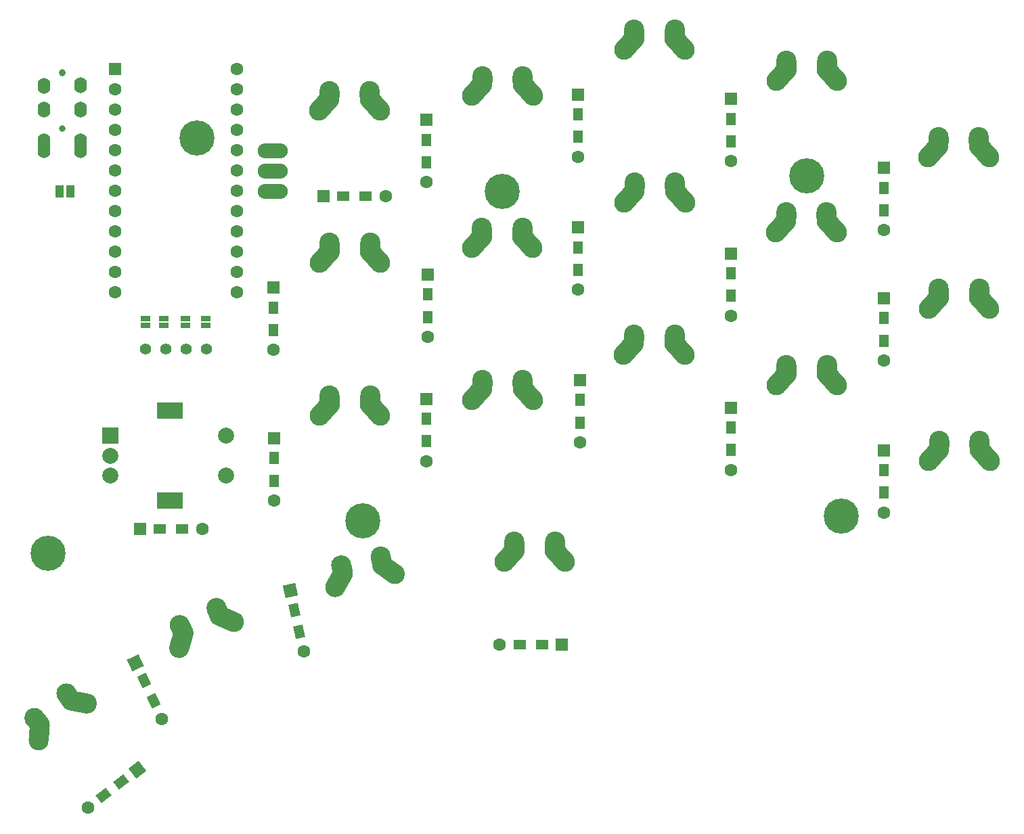
<source format=gbr>
%TF.GenerationSoftware,KiCad,Pcbnew,(5.99.0-11550-g369d813a32)*%
%TF.CreationDate,2022-01-17T19:26:58+05:30*%
%TF.ProjectId,Pteron36v0,50746572-6f6e-4333-9676-302e6b696361,rev?*%
%TF.SameCoordinates,Original*%
%TF.FileFunction,Soldermask,Bot*%
%TF.FilePolarity,Negative*%
%FSLAX46Y46*%
G04 Gerber Fmt 4.6, Leading zero omitted, Abs format (unit mm)*
G04 Created by KiCad (PCBNEW (5.99.0-11550-g369d813a32)) date 2022-01-17 19:26:58*
%MOMM*%
%LPD*%
G01*
G04 APERTURE LIST*
G04 Aperture macros list*
%AMHorizOval*
0 Thick line with rounded ends*
0 $1 width*
0 $2 $3 position (X,Y) of the first rounded end (center of the circle)*
0 $4 $5 position (X,Y) of the second rounded end (center of the circle)*
0 Add line between two ends*
20,1,$1,$2,$3,$4,$5,0*
0 Add two circle primitives to create the rounded ends*
1,1,$1,$2,$3*
1,1,$1,$4,$5*%
%AMRotRect*
0 Rectangle, with rotation*
0 The origin of the aperture is its center*
0 $1 length*
0 $2 width*
0 $3 Rotation angle, in degrees counterclockwise*
0 Add horizontal line*
21,1,$1,$2,0,0,$3*%
G04 Aperture macros list end*
%ADD10C,2.000000*%
%ADD11HorizOval,2.500000X-0.964041X0.180415X0.964041X-0.180415X0*%
%ADD12HorizOval,2.500000X-0.160675X0.242247X0.160675X-0.242247X0*%
%ADD13HorizOval,2.500000X-0.192407X0.217898X0.192407X-0.217898X0*%
%ADD14HorizOval,2.500000X0.075244X0.977887X-0.075244X-0.977887X0*%
%ADD15R,1.600000X1.600000*%
%ADD16C,1.600000*%
%ADD17HorizOval,2.500000X-0.654995X0.730004X0.654995X-0.730004X0*%
%ADD18HorizOval,2.500000X-0.019999X-0.290000X0.019999X0.290000X0*%
%ADD19HorizOval,2.500000X-0.019999X0.290000X0.019999X-0.290000X0*%
%ADD20HorizOval,2.500000X0.654995X0.730004X-0.654995X-0.730004X0*%
%ADD21HorizOval,2.500000X-0.797471X0.570933X0.797471X-0.570933X0*%
%ADD22HorizOval,2.500000X-0.043243X0.287455X0.043243X-0.287455X0*%
%ADD23HorizOval,2.500000X0.481468X0.854467X-0.481468X-0.854467X0*%
%ADD24HorizOval,2.500000X-0.082293X0.278797X0.082293X-0.278797X0*%
%ADD25R,1.200000X1.600000*%
%ADD26R,1.600000X1.200000*%
%ADD27HorizOval,2.500000X-0.902141X0.384796X0.902141X-0.384796X0*%
%ADD28HorizOval,2.500000X-0.104434X0.271281X0.104434X-0.271281X0*%
%ADD29HorizOval,2.500000X-0.140685X0.254377X0.140685X-0.254377X0*%
%ADD30HorizOval,2.500000X0.285114X0.938422X-0.285114X-0.938422X0*%
%ADD31C,0.800000*%
%ADD32O,1.600000X2.000000*%
%ADD33C,1.397000*%
%ADD34R,2.000000X2.000000*%
%ADD35R,3.200000X2.000000*%
%ADD36C,4.400000*%
%ADD37R,1.000000X1.500000*%
%ADD38RotRect,1.600000X1.200000X37.500000*%
%ADD39RotRect,1.600000X1.600000X37.500000*%
%ADD40RotRect,1.600000X1.200000X115.000000*%
%ADD41RotRect,1.600000X1.600000X115.000000*%
%ADD42RotRect,1.600000X1.600000X102.500000*%
%ADD43RotRect,1.600000X1.200000X102.500000*%
%ADD44R,1.270000X0.635000*%
%ADD45O,3.759200X1.879600*%
G04 APERTURE END LIST*
D10*
%TO.C,SW20*%
X117415180Y-139930998D03*
X119647645Y-140688493D03*
D11*
X118683603Y-140508084D03*
D10*
X117719561Y-140327675D03*
X117093832Y-139446503D03*
D12*
X117254506Y-139688751D03*
D10*
X113752794Y-143371482D03*
X113602293Y-145327256D03*
D13*
X113256005Y-142756908D03*
D10*
X113063597Y-142539011D03*
X113448413Y-142974806D03*
D14*
X113677543Y-144349369D03*
%TD*%
D15*
%TO.C,U1*%
X123120968Y-61299844D03*
D16*
X123120968Y-63839844D03*
X123120968Y-66379844D03*
X123120968Y-68919844D03*
X123120968Y-71459844D03*
X123120968Y-73999844D03*
X123120968Y-76539844D03*
X123120968Y-79079844D03*
X123120968Y-81619844D03*
X123120968Y-84159844D03*
X123120968Y-86699844D03*
X123120968Y-89239844D03*
X138360968Y-89239844D03*
X138360968Y-86699844D03*
X138360968Y-84159844D03*
X138360968Y-81619844D03*
X138360968Y-79079844D03*
X138360968Y-76539844D03*
X138360968Y-73999844D03*
X138360968Y-71459844D03*
X138360968Y-68919844D03*
X138360968Y-66379844D03*
X138360968Y-63839844D03*
X138360968Y-61299844D03*
%TD*%
D10*
%TO.C,SW27*%
X155074645Y-83054727D03*
D17*
X155689645Y-84864727D03*
D18*
X155054645Y-83344727D03*
D10*
X155034645Y-83634727D03*
X155034645Y-84134727D03*
X156344645Y-85594727D03*
X148724645Y-85594727D03*
X149994645Y-83054727D03*
D19*
X150014645Y-83344727D03*
D20*
X149379645Y-84864727D03*
D10*
X150034645Y-84134727D03*
X150034645Y-83634727D03*
%TD*%
D18*
%TO.C,SW19*%
X193134760Y-94810009D03*
D10*
X193114760Y-95100009D03*
X193154760Y-94520009D03*
X193114760Y-95600009D03*
D17*
X193769760Y-96330009D03*
D10*
X194424760Y-97060009D03*
X188114760Y-95100009D03*
D19*
X188094760Y-94810009D03*
D10*
X186804760Y-97060009D03*
X188114760Y-95600009D03*
X188074760Y-94520009D03*
D20*
X187459760Y-96330009D03*
%TD*%
D18*
%TO.C,SW26*%
X155011001Y-64309832D03*
D10*
X155031001Y-64019832D03*
X154991001Y-65099832D03*
D17*
X155646001Y-65829832D03*
D10*
X154991001Y-64599832D03*
X156301001Y-66559832D03*
D20*
X149336001Y-65829832D03*
D10*
X149991001Y-65099832D03*
X149951001Y-64019832D03*
X148681001Y-66559832D03*
X149991001Y-64599832D03*
D19*
X149971001Y-64309832D03*
%TD*%
D10*
%TO.C,SW23*%
X174077782Y-81749207D03*
X175387782Y-83709207D03*
D18*
X174097782Y-81459207D03*
D10*
X174077782Y-82249207D03*
D17*
X174732782Y-82979207D03*
D10*
X174117782Y-81169207D03*
X169077782Y-81749207D03*
D20*
X168422782Y-82979207D03*
D10*
X169077782Y-82249207D03*
X167767782Y-83709207D03*
D19*
X169057782Y-81459207D03*
D10*
X169037782Y-81169207D03*
%TD*%
D17*
%TO.C,SW28*%
X155709023Y-103990179D03*
D10*
X156364023Y-104720179D03*
X155054023Y-102760179D03*
X155054023Y-103260179D03*
X155094023Y-102180179D03*
D18*
X155074023Y-102470179D03*
D19*
X150034023Y-102470179D03*
D20*
X149399023Y-103990179D03*
D10*
X150014023Y-102180179D03*
X150054023Y-103260179D03*
X148744023Y-104720179D03*
X150054023Y-102760179D03*
%TD*%
D17*
%TO.C,SW22*%
X174779694Y-63968582D03*
D18*
X174144694Y-62448582D03*
D10*
X175434694Y-64698582D03*
X174124694Y-62738582D03*
X174124694Y-63238582D03*
X174164694Y-62158582D03*
X169124694Y-63238582D03*
X169084694Y-62158582D03*
D19*
X169104694Y-62448582D03*
D20*
X168469694Y-63968582D03*
D10*
X167814694Y-64698582D03*
X169124694Y-62738582D03*
%TD*%
D18*
%TO.C,SW24*%
X174141427Y-100494103D03*
D10*
X174121427Y-100784103D03*
D17*
X174776427Y-102014103D03*
D10*
X174161427Y-100204103D03*
X174121427Y-101284103D03*
X175431427Y-102744103D03*
X167811427Y-102744103D03*
D19*
X169101427Y-100494103D03*
D10*
X169121427Y-101284103D03*
X169081427Y-100204103D03*
D20*
X168466427Y-102014103D03*
D10*
X169121427Y-100784103D03*
%TD*%
D18*
%TO.C,SW12*%
X212222729Y-60519418D03*
D10*
X212202729Y-60809418D03*
D17*
X212857729Y-62039418D03*
D10*
X213512729Y-62769418D03*
X212202729Y-61309418D03*
X212242729Y-60229418D03*
X207202729Y-60809418D03*
D19*
X207182729Y-60519418D03*
D10*
X207202729Y-61309418D03*
X207162729Y-60229418D03*
D20*
X206547729Y-62039418D03*
D10*
X205892729Y-62769418D03*
%TD*%
%TO.C,SW10*%
X156472160Y-122879303D03*
X156580380Y-123367451D03*
D21*
X157377854Y-123938379D03*
D10*
X156385677Y-122304394D03*
X158175329Y-124509307D03*
D22*
X156428918Y-122591848D03*
D10*
X151590680Y-123961501D03*
X151698900Y-124449649D03*
X151426093Y-123403907D03*
X150735954Y-126158577D03*
D23*
X151217427Y-125304113D03*
D24*
X151508386Y-123682704D03*
%TD*%
D10*
%TO.C,SW9*%
X231317191Y-107851435D03*
X232587191Y-110391435D03*
X231277191Y-108431435D03*
D18*
X231297191Y-108141435D03*
D10*
X231277191Y-108931435D03*
D17*
X231932191Y-109661435D03*
D10*
X226277191Y-108431435D03*
X226237191Y-107851435D03*
D20*
X225622191Y-109661435D03*
D19*
X226257191Y-108141435D03*
D10*
X224967191Y-110391435D03*
X226277191Y-108931435D03*
%TD*%
%TO.C,SW8*%
X231233550Y-89896534D03*
X232543550Y-91356534D03*
D18*
X231253550Y-89106534D03*
D17*
X231888550Y-90626534D03*
D10*
X231233550Y-89396534D03*
X231273550Y-88816534D03*
X224923550Y-91356534D03*
X226193550Y-88816534D03*
D19*
X226213550Y-89106534D03*
D20*
X225578550Y-90626534D03*
D10*
X226233550Y-89896534D03*
X226233550Y-89396534D03*
%TD*%
D15*
%TO.C,D22*%
X162114161Y-67681297D03*
D25*
X162114161Y-70181297D03*
D16*
X162114161Y-75481297D03*
D25*
X162114161Y-72981297D03*
%TD*%
%TO.C,D19*%
X181289170Y-102741131D03*
D15*
X181289170Y-100241131D03*
D25*
X181289170Y-105541131D03*
D16*
X181289170Y-108041131D03*
%TD*%
D26*
%TO.C,D26*%
X151718369Y-77212943D03*
D15*
X149218369Y-77212943D03*
D26*
X154518369Y-77212943D03*
D16*
X157018369Y-77212943D03*
%TD*%
D25*
%TO.C,D28*%
X143092015Y-110021782D03*
D15*
X143092015Y-107521782D03*
D16*
X143092015Y-115321782D03*
D25*
X143092015Y-112821782D03*
%TD*%
%TO.C,D27*%
X142999847Y-91168004D03*
D15*
X142999847Y-88668004D03*
D25*
X142999847Y-93968004D03*
D16*
X142999847Y-96468004D03*
%TD*%
D15*
%TO.C,D14*%
X200213177Y-103707103D03*
D25*
X200213177Y-106207103D03*
X200213177Y-109007103D03*
D16*
X200213177Y-111507103D03*
%TD*%
D15*
%TO.C,D24*%
X162104377Y-102608300D03*
D25*
X162104377Y-105108300D03*
X162104377Y-107908300D03*
D16*
X162104377Y-110408300D03*
%TD*%
D25*
%TO.C,D9*%
X219320188Y-111531435D03*
D15*
X219320188Y-109031435D03*
D16*
X219320188Y-116831435D03*
D25*
X219320188Y-114331435D03*
%TD*%
D18*
%TO.C,SW17*%
X193162292Y-56673929D03*
D17*
X193797292Y-58193929D03*
D10*
X193182292Y-56383929D03*
X193142292Y-56963929D03*
X193142292Y-57463929D03*
X194452292Y-58923929D03*
X188102292Y-56383929D03*
X188142292Y-57463929D03*
D19*
X188122292Y-56673929D03*
D10*
X186832292Y-58923929D03*
X188142292Y-56963929D03*
D20*
X187487292Y-58193929D03*
%TD*%
D25*
%TO.C,D13*%
X200242334Y-86900540D03*
D15*
X200242334Y-84400540D03*
D25*
X200242334Y-89700540D03*
D16*
X200242334Y-92200540D03*
%TD*%
D27*
%TO.C,SW15*%
X137132048Y-130172686D03*
D28*
X135914163Y-129063461D03*
D10*
X138034191Y-130557476D03*
X136018596Y-129334742D03*
X135809730Y-128792179D03*
X136229905Y-129787896D03*
X131487057Y-131447834D03*
D29*
X131346372Y-131193457D03*
D10*
X131698366Y-131900988D03*
D30*
X131413246Y-132839407D03*
D10*
X131128126Y-133777827D03*
X131205686Y-130939080D03*
%TD*%
D18*
%TO.C,SW14*%
X212195192Y-98655490D03*
D10*
X212215192Y-98365490D03*
X212175192Y-98945490D03*
X212175192Y-99445490D03*
D17*
X212830192Y-100175490D03*
D10*
X213485192Y-100905490D03*
X207135192Y-98365490D03*
D19*
X207155192Y-98655490D03*
D10*
X207175192Y-99445490D03*
X207175192Y-98945490D03*
X205865192Y-100905490D03*
D20*
X206520192Y-100175490D03*
%TD*%
D10*
%TO.C,SW7*%
X231229902Y-69781632D03*
D18*
X231209902Y-70071632D03*
D10*
X231189902Y-70861632D03*
X231189902Y-70361632D03*
D17*
X231844902Y-71591632D03*
D10*
X232499902Y-72321632D03*
D19*
X226169902Y-70071632D03*
D10*
X226149902Y-69781632D03*
X226189902Y-70861632D03*
X226189902Y-70361632D03*
D20*
X225534902Y-71591632D03*
D10*
X224879902Y-72321632D03*
%TD*%
D25*
%TO.C,D17*%
X181083769Y-66999142D03*
D15*
X181083769Y-64499142D03*
D25*
X181083769Y-69799142D03*
D16*
X181083769Y-72299142D03*
%TD*%
D15*
%TO.C,D8*%
X219320189Y-89996535D03*
D25*
X219320189Y-92496535D03*
X219320189Y-95296535D03*
D16*
X219320189Y-97796535D03*
%TD*%
D10*
%TO.C,SW18*%
X194471675Y-78049380D03*
X193161675Y-76089380D03*
X193201675Y-75509380D03*
D18*
X193181675Y-75799380D03*
D17*
X193816675Y-77319380D03*
D10*
X193161675Y-76589380D03*
X188161675Y-76089380D03*
D20*
X187506675Y-77319380D03*
D19*
X188141675Y-75799380D03*
D10*
X186851675Y-78049380D03*
X188161675Y-76589380D03*
X188121675Y-75509380D03*
%TD*%
D25*
%TO.C,D23*%
X162266117Y-89536384D03*
D15*
X162266117Y-87036384D03*
D16*
X162266117Y-94836384D03*
D25*
X162266117Y-92336384D03*
%TD*%
D15*
%TO.C,D18*%
X181083770Y-81136143D03*
D25*
X181083770Y-83636143D03*
D16*
X181083770Y-88936143D03*
D25*
X181083770Y-86436143D03*
%TD*%
%TO.C,D12*%
X200242333Y-67557942D03*
D15*
X200242333Y-65057942D03*
D16*
X200242333Y-72857942D03*
D25*
X200242333Y-70357942D03*
%TD*%
%TO.C,D7*%
X219320190Y-76192116D03*
D15*
X219320190Y-73692116D03*
D25*
X219320190Y-78992116D03*
D16*
X219320190Y-81492116D03*
%TD*%
D31*
%TO.C,J1*%
X116567769Y-68744144D03*
X116567769Y-61744144D03*
D32*
X114267769Y-71444144D03*
X118867769Y-70344144D03*
X118867769Y-66344144D03*
X118867769Y-63344144D03*
%TD*%
D33*
%TO.C,J3*%
X134601768Y-96339143D03*
X132061768Y-96339143D03*
X129521768Y-96339143D03*
X126981768Y-96339143D03*
%TD*%
D26*
%TO.C,D_RE1*%
X128769999Y-118884001D03*
D15*
X126269999Y-118884001D03*
D26*
X131569999Y-118884001D03*
D16*
X134069999Y-118884001D03*
%TD*%
D34*
%TO.C,RE1*%
X122550000Y-107200000D03*
D10*
X122550000Y-112200000D03*
X122550000Y-109700000D03*
D35*
X130050000Y-115300000D03*
X130050000Y-104100000D03*
D10*
X137050000Y-112200000D03*
X137050000Y-107200000D03*
%TD*%
D36*
%TO.C,H2*%
X209675193Y-74672944D03*
%TD*%
%TO.C,H4*%
X133407968Y-69973943D03*
%TD*%
%TO.C,H5*%
X171577783Y-76654143D03*
%TD*%
D10*
%TO.C,SW13*%
X212155820Y-79820046D03*
X212155820Y-80320046D03*
X213465820Y-81780046D03*
X212195820Y-79240046D03*
D18*
X212175820Y-79530046D03*
D17*
X212810820Y-81050046D03*
D10*
X207115820Y-79240046D03*
X205845820Y-81780046D03*
X207155820Y-79820046D03*
D19*
X207135820Y-79530046D03*
D20*
X206500820Y-81050046D03*
D10*
X207155820Y-80320046D03*
%TD*%
%TO.C,SW25*%
X178196513Y-120410813D03*
X179466513Y-122950813D03*
X178156513Y-120990813D03*
D17*
X178811513Y-122220813D03*
D10*
X178156513Y-121490813D03*
D18*
X178176513Y-120700813D03*
D10*
X171846513Y-122950813D03*
D19*
X173136513Y-120700813D03*
D10*
X173156513Y-120990813D03*
D20*
X172501513Y-122220813D03*
D10*
X173156513Y-121490813D03*
X173116513Y-120410813D03*
%TD*%
D36*
%TO.C,H6*%
X214000000Y-117300000D03*
%TD*%
D15*
%TO.C,D25*%
X179048514Y-133364814D03*
D26*
X176548514Y-133364814D03*
D16*
X171248514Y-133364814D03*
D26*
X173748514Y-133364814D03*
%TD*%
D37*
%TO.C,JP10*%
X116250000Y-76600000D03*
X117550000Y-76600000D03*
%TD*%
D36*
%TO.C,H1*%
X114808000Y-121920000D03*
%TD*%
%TO.C,H3*%
X154178000Y-117856000D03*
%TD*%
D38*
%TO.C,D20*%
X123935209Y-150546547D03*
D39*
X125918592Y-149024643D03*
D16*
X119730436Y-153772983D03*
D38*
X121713819Y-152251079D03*
%TD*%
D40*
%TO.C,D15*%
X126771101Y-137869312D03*
D41*
X125714556Y-135603543D03*
D16*
X129010978Y-142672743D03*
D40*
X127954433Y-140406974D03*
%TD*%
D42*
%TO.C,D10*%
X145060655Y-126567587D03*
D43*
X145601754Y-129008327D03*
X146207784Y-131741955D03*
D16*
X146748883Y-134182695D03*
%TD*%
D31*
%TO.C,J2*%
X116567769Y-61780142D03*
X116567769Y-68780142D03*
D32*
X118867769Y-71480142D03*
X114267769Y-70380142D03*
X114267769Y-66380142D03*
X114267769Y-63380142D03*
%TD*%
D44*
%TO.C,JP5*%
X134500169Y-92511363D03*
X134500169Y-93410523D03*
%TD*%
%TO.C,JP6*%
X131960168Y-92511364D03*
X131960168Y-93410524D03*
%TD*%
%TO.C,JP7*%
X129293169Y-92511364D03*
X129293169Y-93410524D03*
%TD*%
%TO.C,JP8*%
X127007168Y-92511364D03*
X127007168Y-93410524D03*
%TD*%
D45*
%TO.C,PWM_PAD1*%
X142856770Y-71574144D03*
X142856770Y-74114144D03*
X142856770Y-76654144D03*
%TD*%
M02*

</source>
